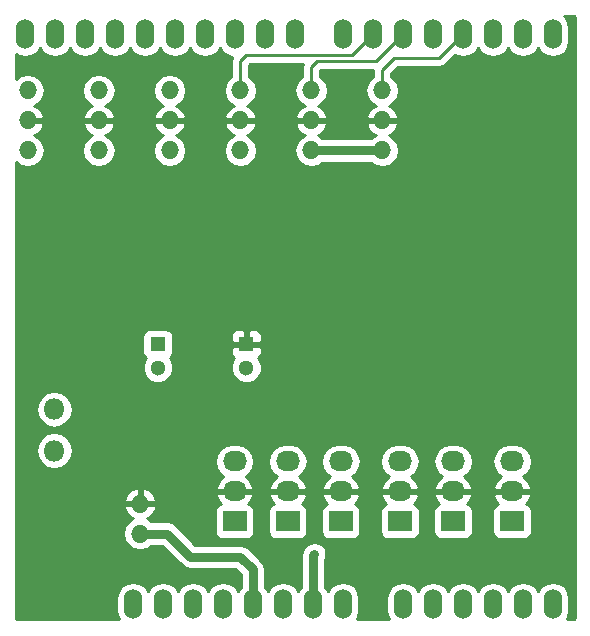
<source format=gbr>
G04 #@! TF.FileFunction,Copper,L2,Bot,Mixed*
%FSLAX46Y46*%
G04 Gerber Fmt 4.6, Leading zero omitted, Abs format (unit mm)*
G04 Created by KiCad (PCBNEW 4.0.4-stable) date Friday, October 14, 2016 'PMt' 06:06:23 PM*
%MOMM*%
%LPD*%
G01*
G04 APERTURE LIST*
%ADD10C,0.100000*%
%ADD11O,1.524000X2.540000*%
%ADD12R,1.300000X1.300000*%
%ADD13C,1.300000*%
%ADD14O,1.798320X1.798320*%
%ADD15R,2.032000X1.727200*%
%ADD16O,2.032000X1.727200*%
%ADD17O,1.524000X1.524000*%
%ADD18C,0.600000*%
%ADD19C,0.800000*%
%ADD20C,0.250000*%
%ADD21C,0.254000*%
G04 APERTURE END LIST*
D10*
D11*
X152950000Y-108529200D03*
X150410000Y-108529200D03*
X147870000Y-108529200D03*
X140250000Y-108529200D03*
X142790000Y-108529200D03*
X145330000Y-108529200D03*
X135170000Y-108529200D03*
X132630000Y-108529200D03*
X130090000Y-108529200D03*
X125010000Y-108529200D03*
X122470000Y-108529200D03*
X152950000Y-60269200D03*
X150410000Y-60269200D03*
X147870000Y-60269200D03*
X145330000Y-60269200D03*
X142790000Y-60269200D03*
X140250000Y-60269200D03*
X137710000Y-60269200D03*
X135170000Y-60269200D03*
X131106000Y-60269200D03*
X128566000Y-60269200D03*
X126026000Y-60269200D03*
X123486000Y-60269200D03*
X120946000Y-60269200D03*
X118406000Y-60269200D03*
X115866000Y-60269200D03*
X113326000Y-60269200D03*
X127550000Y-108529200D03*
X110786000Y-60269200D03*
X108246000Y-60269200D03*
X119930000Y-108529200D03*
X117390000Y-108529200D03*
D12*
X119500000Y-86500000D03*
D13*
X119500000Y-88500000D03*
D12*
X127000000Y-86500000D03*
D13*
X127000000Y-88500000D03*
D14*
X110750000Y-95500000D03*
X110750000Y-92002420D03*
D15*
X126000000Y-101500000D03*
D16*
X126000000Y-98960000D03*
X126000000Y-96420000D03*
D15*
X130500000Y-101500000D03*
D16*
X130500000Y-98960000D03*
X130500000Y-96420000D03*
D15*
X135000000Y-101500000D03*
D16*
X135000000Y-98960000D03*
X135000000Y-96420000D03*
D15*
X140000000Y-101500000D03*
D16*
X140000000Y-98960000D03*
X140000000Y-96420000D03*
D15*
X144500000Y-101500000D03*
D16*
X144500000Y-98960000D03*
X144500000Y-96420000D03*
D15*
X149500000Y-101500000D03*
D16*
X149500000Y-98960000D03*
X149500000Y-96420000D03*
D17*
X108500000Y-65000000D03*
X108500000Y-67540000D03*
X108500000Y-70080000D03*
X114500000Y-65000000D03*
X114500000Y-67540000D03*
X114500000Y-70080000D03*
X120500000Y-65000000D03*
X120500000Y-67540000D03*
X120500000Y-70080000D03*
X126500000Y-65000000D03*
X126500000Y-67540000D03*
X126500000Y-70080000D03*
X132500000Y-65000000D03*
X132500000Y-67540000D03*
X132500000Y-70080000D03*
X138500000Y-65000000D03*
X138500000Y-67540000D03*
X138500000Y-70080000D03*
X118000000Y-100000000D03*
X118000000Y-102540000D03*
D18*
X132750000Y-104250000D03*
X142000000Y-84250000D03*
X153000000Y-96500000D03*
X142000000Y-76250000D03*
X142000000Y-92250000D03*
D19*
X132500000Y-70080000D02*
X138500000Y-70080000D01*
X132630000Y-108529200D02*
X132630000Y-104370000D01*
X132630000Y-104370000D02*
X132750000Y-104250000D01*
D20*
X126500000Y-65000000D02*
X126500000Y-62500000D01*
X135979200Y-62000000D02*
X137710000Y-60269200D01*
X127000000Y-62000000D02*
X135979200Y-62000000D01*
X126500000Y-62500000D02*
X127000000Y-62000000D01*
X132500000Y-65000000D02*
X132500000Y-63000000D01*
X138019200Y-62500000D02*
X140250000Y-60269200D01*
X133000000Y-62500000D02*
X138019200Y-62500000D01*
X132500000Y-63000000D02*
X133000000Y-62500000D01*
X138500000Y-65000000D02*
X138500000Y-63250000D01*
X143349200Y-62250000D02*
X145330000Y-60269200D01*
X139500000Y-62250000D02*
X143349200Y-62250000D01*
X138500000Y-63250000D02*
X139500000Y-62250000D01*
D19*
X118000000Y-102540000D02*
X120290000Y-102540000D01*
X127550000Y-105550000D02*
X127550000Y-108529200D01*
X126500000Y-104500000D02*
X127550000Y-105550000D01*
X122250000Y-104500000D02*
X126500000Y-104500000D01*
X120290000Y-102540000D02*
X122250000Y-104500000D01*
D21*
G36*
X154759985Y-58725896D02*
X154768448Y-58731551D01*
X154774104Y-58740016D01*
X154790000Y-58819930D01*
X154790000Y-109680070D01*
X154774104Y-109759984D01*
X154768448Y-109768449D01*
X154759985Y-109774104D01*
X154680070Y-109790000D01*
X154119806Y-109790000D01*
X154240660Y-109609130D01*
X154347000Y-109074521D01*
X154347000Y-107983879D01*
X154240660Y-107449270D01*
X153937828Y-106996051D01*
X153484609Y-106693219D01*
X152950000Y-106586879D01*
X152415391Y-106693219D01*
X151962172Y-106996051D01*
X151680000Y-107418350D01*
X151397828Y-106996051D01*
X150944609Y-106693219D01*
X150410000Y-106586879D01*
X149875391Y-106693219D01*
X149422172Y-106996051D01*
X149140000Y-107418350D01*
X148857828Y-106996051D01*
X148404609Y-106693219D01*
X147870000Y-106586879D01*
X147335391Y-106693219D01*
X146882172Y-106996051D01*
X146600000Y-107418350D01*
X146317828Y-106996051D01*
X145864609Y-106693219D01*
X145330000Y-106586879D01*
X144795391Y-106693219D01*
X144342172Y-106996051D01*
X144060000Y-107418350D01*
X143777828Y-106996051D01*
X143324609Y-106693219D01*
X142790000Y-106586879D01*
X142255391Y-106693219D01*
X141802172Y-106996051D01*
X141520000Y-107418350D01*
X141237828Y-106996051D01*
X140784609Y-106693219D01*
X140250000Y-106586879D01*
X139715391Y-106693219D01*
X139262172Y-106996051D01*
X138959340Y-107449270D01*
X138853000Y-107983879D01*
X138853000Y-109074521D01*
X138959340Y-109609130D01*
X139080194Y-109790000D01*
X136339806Y-109790000D01*
X136460660Y-109609130D01*
X136567000Y-109074521D01*
X136567000Y-107983879D01*
X136460660Y-107449270D01*
X136157828Y-106996051D01*
X135704609Y-106693219D01*
X135170000Y-106586879D01*
X134635391Y-106693219D01*
X134182172Y-106996051D01*
X133900000Y-107418350D01*
X133665000Y-107066649D01*
X133665000Y-104707760D01*
X133706215Y-104646077D01*
X133785001Y-104250000D01*
X133706215Y-103853922D01*
X133481856Y-103518144D01*
X133146078Y-103293785D01*
X132750000Y-103214999D01*
X132353923Y-103293785D01*
X132018145Y-103518144D01*
X131898144Y-103638144D01*
X131673785Y-103973923D01*
X131594999Y-104370000D01*
X131595000Y-104370005D01*
X131595000Y-107066649D01*
X131360000Y-107418350D01*
X131077828Y-106996051D01*
X130624609Y-106693219D01*
X130090000Y-106586879D01*
X129555391Y-106693219D01*
X129102172Y-106996051D01*
X128820000Y-107418350D01*
X128585000Y-107066649D01*
X128585000Y-105550005D01*
X128585001Y-105550000D01*
X128506215Y-105153922D01*
X128416349Y-105019429D01*
X128281856Y-104818144D01*
X128281853Y-104818142D01*
X127231856Y-103768144D01*
X126896077Y-103543785D01*
X126500000Y-103464999D01*
X126499995Y-103465000D01*
X122678711Y-103465000D01*
X121021856Y-101808144D01*
X120686077Y-101583785D01*
X120290000Y-101504999D01*
X120289995Y-101505000D01*
X118944599Y-101505000D01*
X118562536Y-101249713D01*
X118835199Y-101119858D01*
X119200174Y-100714997D01*
X119232727Y-100636400D01*
X124336560Y-100636400D01*
X124336560Y-102363600D01*
X124380838Y-102598917D01*
X124519910Y-102815041D01*
X124732110Y-102960031D01*
X124984000Y-103011040D01*
X127016000Y-103011040D01*
X127251317Y-102966762D01*
X127467441Y-102827690D01*
X127612431Y-102615490D01*
X127663440Y-102363600D01*
X127663440Y-100636400D01*
X128836560Y-100636400D01*
X128836560Y-102363600D01*
X128880838Y-102598917D01*
X129019910Y-102815041D01*
X129232110Y-102960031D01*
X129484000Y-103011040D01*
X131516000Y-103011040D01*
X131751317Y-102966762D01*
X131967441Y-102827690D01*
X132112431Y-102615490D01*
X132163440Y-102363600D01*
X132163440Y-100636400D01*
X133336560Y-100636400D01*
X133336560Y-102363600D01*
X133380838Y-102598917D01*
X133519910Y-102815041D01*
X133732110Y-102960031D01*
X133984000Y-103011040D01*
X136016000Y-103011040D01*
X136251317Y-102966762D01*
X136467441Y-102827690D01*
X136612431Y-102615490D01*
X136663440Y-102363600D01*
X136663440Y-100636400D01*
X138336560Y-100636400D01*
X138336560Y-102363600D01*
X138380838Y-102598917D01*
X138519910Y-102815041D01*
X138732110Y-102960031D01*
X138984000Y-103011040D01*
X141016000Y-103011040D01*
X141251317Y-102966762D01*
X141467441Y-102827690D01*
X141612431Y-102615490D01*
X141663440Y-102363600D01*
X141663440Y-100636400D01*
X142836560Y-100636400D01*
X142836560Y-102363600D01*
X142880838Y-102598917D01*
X143019910Y-102815041D01*
X143232110Y-102960031D01*
X143484000Y-103011040D01*
X145516000Y-103011040D01*
X145751317Y-102966762D01*
X145967441Y-102827690D01*
X146112431Y-102615490D01*
X146163440Y-102363600D01*
X146163440Y-100636400D01*
X147836560Y-100636400D01*
X147836560Y-102363600D01*
X147880838Y-102598917D01*
X148019910Y-102815041D01*
X148232110Y-102960031D01*
X148484000Y-103011040D01*
X150516000Y-103011040D01*
X150751317Y-102966762D01*
X150967441Y-102827690D01*
X151112431Y-102615490D01*
X151163440Y-102363600D01*
X151163440Y-100636400D01*
X151119162Y-100401083D01*
X150980090Y-100184959D01*
X150767890Y-100039969D01*
X150673073Y-100020768D01*
X150850732Y-99862036D01*
X151104709Y-99334791D01*
X151107358Y-99319026D01*
X150986217Y-99087000D01*
X149627000Y-99087000D01*
X149627000Y-99107000D01*
X149373000Y-99107000D01*
X149373000Y-99087000D01*
X148013783Y-99087000D01*
X147892642Y-99319026D01*
X147895291Y-99334791D01*
X148149268Y-99862036D01*
X148324845Y-100018907D01*
X148248683Y-100033238D01*
X148032559Y-100172310D01*
X147887569Y-100384510D01*
X147836560Y-100636400D01*
X146163440Y-100636400D01*
X146119162Y-100401083D01*
X145980090Y-100184959D01*
X145767890Y-100039969D01*
X145673073Y-100020768D01*
X145850732Y-99862036D01*
X146104709Y-99334791D01*
X146107358Y-99319026D01*
X145986217Y-99087000D01*
X144627000Y-99087000D01*
X144627000Y-99107000D01*
X144373000Y-99107000D01*
X144373000Y-99087000D01*
X143013783Y-99087000D01*
X142892642Y-99319026D01*
X142895291Y-99334791D01*
X143149268Y-99862036D01*
X143324845Y-100018907D01*
X143248683Y-100033238D01*
X143032559Y-100172310D01*
X142887569Y-100384510D01*
X142836560Y-100636400D01*
X141663440Y-100636400D01*
X141619162Y-100401083D01*
X141480090Y-100184959D01*
X141267890Y-100039969D01*
X141173073Y-100020768D01*
X141350732Y-99862036D01*
X141604709Y-99334791D01*
X141607358Y-99319026D01*
X141486217Y-99087000D01*
X140127000Y-99087000D01*
X140127000Y-99107000D01*
X139873000Y-99107000D01*
X139873000Y-99087000D01*
X138513783Y-99087000D01*
X138392642Y-99319026D01*
X138395291Y-99334791D01*
X138649268Y-99862036D01*
X138824845Y-100018907D01*
X138748683Y-100033238D01*
X138532559Y-100172310D01*
X138387569Y-100384510D01*
X138336560Y-100636400D01*
X136663440Y-100636400D01*
X136619162Y-100401083D01*
X136480090Y-100184959D01*
X136267890Y-100039969D01*
X136173073Y-100020768D01*
X136350732Y-99862036D01*
X136604709Y-99334791D01*
X136607358Y-99319026D01*
X136486217Y-99087000D01*
X135127000Y-99087000D01*
X135127000Y-99107000D01*
X134873000Y-99107000D01*
X134873000Y-99087000D01*
X133513783Y-99087000D01*
X133392642Y-99319026D01*
X133395291Y-99334791D01*
X133649268Y-99862036D01*
X133824845Y-100018907D01*
X133748683Y-100033238D01*
X133532559Y-100172310D01*
X133387569Y-100384510D01*
X133336560Y-100636400D01*
X132163440Y-100636400D01*
X132119162Y-100401083D01*
X131980090Y-100184959D01*
X131767890Y-100039969D01*
X131673073Y-100020768D01*
X131850732Y-99862036D01*
X132104709Y-99334791D01*
X132107358Y-99319026D01*
X131986217Y-99087000D01*
X130627000Y-99087000D01*
X130627000Y-99107000D01*
X130373000Y-99107000D01*
X130373000Y-99087000D01*
X129013783Y-99087000D01*
X128892642Y-99319026D01*
X128895291Y-99334791D01*
X129149268Y-99862036D01*
X129324845Y-100018907D01*
X129248683Y-100033238D01*
X129032559Y-100172310D01*
X128887569Y-100384510D01*
X128836560Y-100636400D01*
X127663440Y-100636400D01*
X127619162Y-100401083D01*
X127480090Y-100184959D01*
X127267890Y-100039969D01*
X127173073Y-100020768D01*
X127350732Y-99862036D01*
X127604709Y-99334791D01*
X127607358Y-99319026D01*
X127486217Y-99087000D01*
X126127000Y-99087000D01*
X126127000Y-99107000D01*
X125873000Y-99107000D01*
X125873000Y-99087000D01*
X124513783Y-99087000D01*
X124392642Y-99319026D01*
X124395291Y-99334791D01*
X124649268Y-99862036D01*
X124824845Y-100018907D01*
X124748683Y-100033238D01*
X124532559Y-100172310D01*
X124387569Y-100384510D01*
X124336560Y-100636400D01*
X119232727Y-100636400D01*
X119354220Y-100343070D01*
X119231720Y-100127000D01*
X118127000Y-100127000D01*
X118127000Y-100147000D01*
X117873000Y-100147000D01*
X117873000Y-100127000D01*
X116768280Y-100127000D01*
X116645780Y-100343070D01*
X116799826Y-100714997D01*
X117164801Y-101119858D01*
X117437464Y-101249713D01*
X116984803Y-101552172D01*
X116681971Y-102005391D01*
X116575631Y-102540000D01*
X116681971Y-103074609D01*
X116984803Y-103527828D01*
X117438022Y-103830660D01*
X117972631Y-103937000D01*
X118027369Y-103937000D01*
X118561978Y-103830660D01*
X118944599Y-103575000D01*
X119861288Y-103575000D01*
X121518142Y-105231853D01*
X121518144Y-105231856D01*
X121853923Y-105456215D01*
X122250000Y-105535001D01*
X122250005Y-105535000D01*
X126071288Y-105535000D01*
X126515000Y-105978711D01*
X126515000Y-107066649D01*
X126280000Y-107418350D01*
X125997828Y-106996051D01*
X125544609Y-106693219D01*
X125010000Y-106586879D01*
X124475391Y-106693219D01*
X124022172Y-106996051D01*
X123740000Y-107418350D01*
X123457828Y-106996051D01*
X123004609Y-106693219D01*
X122470000Y-106586879D01*
X121935391Y-106693219D01*
X121482172Y-106996051D01*
X121200000Y-107418350D01*
X120917828Y-106996051D01*
X120464609Y-106693219D01*
X119930000Y-106586879D01*
X119395391Y-106693219D01*
X118942172Y-106996051D01*
X118660000Y-107418350D01*
X118377828Y-106996051D01*
X117924609Y-106693219D01*
X117390000Y-106586879D01*
X116855391Y-106693219D01*
X116402172Y-106996051D01*
X116099340Y-107449270D01*
X115993000Y-107983879D01*
X115993000Y-109074521D01*
X116099340Y-109609130D01*
X116220194Y-109790000D01*
X107569930Y-109790000D01*
X107490016Y-109774104D01*
X107481551Y-109768448D01*
X107475896Y-109759985D01*
X107460000Y-109680070D01*
X107460000Y-99656930D01*
X116645780Y-99656930D01*
X116768280Y-99873000D01*
X117873000Y-99873000D01*
X117873000Y-98767524D01*
X118127000Y-98767524D01*
X118127000Y-99873000D01*
X119231720Y-99873000D01*
X119354220Y-99656930D01*
X119200174Y-99285003D01*
X118835199Y-98880142D01*
X118343072Y-98645769D01*
X118127000Y-98767524D01*
X117873000Y-98767524D01*
X117656928Y-98645769D01*
X117164801Y-98880142D01*
X116799826Y-99285003D01*
X116645780Y-99656930D01*
X107460000Y-99656930D01*
X107460000Y-95469944D01*
X109215840Y-95469944D01*
X109215840Y-95530056D01*
X109332621Y-96117154D01*
X109665185Y-96614871D01*
X110162902Y-96947435D01*
X110750000Y-97064216D01*
X111337098Y-96947435D01*
X111834815Y-96614871D01*
X111965023Y-96420000D01*
X124316655Y-96420000D01*
X124430729Y-96993489D01*
X124755585Y-97479670D01*
X125065069Y-97686461D01*
X124649268Y-98057964D01*
X124395291Y-98585209D01*
X124392642Y-98600974D01*
X124513783Y-98833000D01*
X125873000Y-98833000D01*
X125873000Y-98813000D01*
X126127000Y-98813000D01*
X126127000Y-98833000D01*
X127486217Y-98833000D01*
X127607358Y-98600974D01*
X127604709Y-98585209D01*
X127350732Y-98057964D01*
X126934931Y-97686461D01*
X127244415Y-97479670D01*
X127569271Y-96993489D01*
X127683345Y-96420000D01*
X128816655Y-96420000D01*
X128930729Y-96993489D01*
X129255585Y-97479670D01*
X129565069Y-97686461D01*
X129149268Y-98057964D01*
X128895291Y-98585209D01*
X128892642Y-98600974D01*
X129013783Y-98833000D01*
X130373000Y-98833000D01*
X130373000Y-98813000D01*
X130627000Y-98813000D01*
X130627000Y-98833000D01*
X131986217Y-98833000D01*
X132107358Y-98600974D01*
X132104709Y-98585209D01*
X131850732Y-98057964D01*
X131434931Y-97686461D01*
X131744415Y-97479670D01*
X132069271Y-96993489D01*
X132183345Y-96420000D01*
X133316655Y-96420000D01*
X133430729Y-96993489D01*
X133755585Y-97479670D01*
X134065069Y-97686461D01*
X133649268Y-98057964D01*
X133395291Y-98585209D01*
X133392642Y-98600974D01*
X133513783Y-98833000D01*
X134873000Y-98833000D01*
X134873000Y-98813000D01*
X135127000Y-98813000D01*
X135127000Y-98833000D01*
X136486217Y-98833000D01*
X136607358Y-98600974D01*
X136604709Y-98585209D01*
X136350732Y-98057964D01*
X135934931Y-97686461D01*
X136244415Y-97479670D01*
X136569271Y-96993489D01*
X136683345Y-96420000D01*
X138316655Y-96420000D01*
X138430729Y-96993489D01*
X138755585Y-97479670D01*
X139065069Y-97686461D01*
X138649268Y-98057964D01*
X138395291Y-98585209D01*
X138392642Y-98600974D01*
X138513783Y-98833000D01*
X139873000Y-98833000D01*
X139873000Y-98813000D01*
X140127000Y-98813000D01*
X140127000Y-98833000D01*
X141486217Y-98833000D01*
X141607358Y-98600974D01*
X141604709Y-98585209D01*
X141350732Y-98057964D01*
X140934931Y-97686461D01*
X141244415Y-97479670D01*
X141569271Y-96993489D01*
X141683345Y-96420000D01*
X142816655Y-96420000D01*
X142930729Y-96993489D01*
X143255585Y-97479670D01*
X143565069Y-97686461D01*
X143149268Y-98057964D01*
X142895291Y-98585209D01*
X142892642Y-98600974D01*
X143013783Y-98833000D01*
X144373000Y-98833000D01*
X144373000Y-98813000D01*
X144627000Y-98813000D01*
X144627000Y-98833000D01*
X145986217Y-98833000D01*
X146107358Y-98600974D01*
X146104709Y-98585209D01*
X145850732Y-98057964D01*
X145434931Y-97686461D01*
X145744415Y-97479670D01*
X146069271Y-96993489D01*
X146183345Y-96420000D01*
X147816655Y-96420000D01*
X147930729Y-96993489D01*
X148255585Y-97479670D01*
X148565069Y-97686461D01*
X148149268Y-98057964D01*
X147895291Y-98585209D01*
X147892642Y-98600974D01*
X148013783Y-98833000D01*
X149373000Y-98833000D01*
X149373000Y-98813000D01*
X149627000Y-98813000D01*
X149627000Y-98833000D01*
X150986217Y-98833000D01*
X151107358Y-98600974D01*
X151104709Y-98585209D01*
X150850732Y-98057964D01*
X150434931Y-97686461D01*
X150744415Y-97479670D01*
X151069271Y-96993489D01*
X151183345Y-96420000D01*
X151069271Y-95846511D01*
X150744415Y-95360330D01*
X150258234Y-95035474D01*
X149684745Y-94921400D01*
X149315255Y-94921400D01*
X148741766Y-95035474D01*
X148255585Y-95360330D01*
X147930729Y-95846511D01*
X147816655Y-96420000D01*
X146183345Y-96420000D01*
X146069271Y-95846511D01*
X145744415Y-95360330D01*
X145258234Y-95035474D01*
X144684745Y-94921400D01*
X144315255Y-94921400D01*
X143741766Y-95035474D01*
X143255585Y-95360330D01*
X142930729Y-95846511D01*
X142816655Y-96420000D01*
X141683345Y-96420000D01*
X141569271Y-95846511D01*
X141244415Y-95360330D01*
X140758234Y-95035474D01*
X140184745Y-94921400D01*
X139815255Y-94921400D01*
X139241766Y-95035474D01*
X138755585Y-95360330D01*
X138430729Y-95846511D01*
X138316655Y-96420000D01*
X136683345Y-96420000D01*
X136569271Y-95846511D01*
X136244415Y-95360330D01*
X135758234Y-95035474D01*
X135184745Y-94921400D01*
X134815255Y-94921400D01*
X134241766Y-95035474D01*
X133755585Y-95360330D01*
X133430729Y-95846511D01*
X133316655Y-96420000D01*
X132183345Y-96420000D01*
X132069271Y-95846511D01*
X131744415Y-95360330D01*
X131258234Y-95035474D01*
X130684745Y-94921400D01*
X130315255Y-94921400D01*
X129741766Y-95035474D01*
X129255585Y-95360330D01*
X128930729Y-95846511D01*
X128816655Y-96420000D01*
X127683345Y-96420000D01*
X127569271Y-95846511D01*
X127244415Y-95360330D01*
X126758234Y-95035474D01*
X126184745Y-94921400D01*
X125815255Y-94921400D01*
X125241766Y-95035474D01*
X124755585Y-95360330D01*
X124430729Y-95846511D01*
X124316655Y-96420000D01*
X111965023Y-96420000D01*
X112167379Y-96117154D01*
X112284160Y-95530056D01*
X112284160Y-95469944D01*
X112167379Y-94882846D01*
X111834815Y-94385129D01*
X111337098Y-94052565D01*
X110750000Y-93935784D01*
X110162902Y-94052565D01*
X109665185Y-94385129D01*
X109332621Y-94882846D01*
X109215840Y-95469944D01*
X107460000Y-95469944D01*
X107460000Y-91972364D01*
X109215840Y-91972364D01*
X109215840Y-92032476D01*
X109332621Y-92619574D01*
X109665185Y-93117291D01*
X110162902Y-93449855D01*
X110750000Y-93566636D01*
X111337098Y-93449855D01*
X111834815Y-93117291D01*
X112167379Y-92619574D01*
X112284160Y-92032476D01*
X112284160Y-91972364D01*
X112167379Y-91385266D01*
X111834815Y-90887549D01*
X111337098Y-90554985D01*
X110750000Y-90438204D01*
X110162902Y-90554985D01*
X109665185Y-90887549D01*
X109332621Y-91385266D01*
X109215840Y-91972364D01*
X107460000Y-91972364D01*
X107460000Y-85850000D01*
X118202560Y-85850000D01*
X118202560Y-87150000D01*
X118246838Y-87385317D01*
X118385910Y-87601441D01*
X118501891Y-87680687D01*
X118411265Y-87771155D01*
X118215223Y-88243276D01*
X118214777Y-88754481D01*
X118409995Y-89226943D01*
X118771155Y-89588735D01*
X119243276Y-89784777D01*
X119754481Y-89785223D01*
X120226943Y-89590005D01*
X120588735Y-89228845D01*
X120784777Y-88756724D01*
X120784778Y-88754481D01*
X125714777Y-88754481D01*
X125909995Y-89226943D01*
X126271155Y-89588735D01*
X126743276Y-89784777D01*
X127254481Y-89785223D01*
X127726943Y-89590005D01*
X128088735Y-89228845D01*
X128284777Y-88756724D01*
X128285223Y-88245519D01*
X128090005Y-87773057D01*
X128006674Y-87689580D01*
X128009699Y-87688327D01*
X128188327Y-87509698D01*
X128285000Y-87276309D01*
X128285000Y-86785750D01*
X128126250Y-86627000D01*
X127127000Y-86627000D01*
X127127000Y-86647000D01*
X126873000Y-86647000D01*
X126873000Y-86627000D01*
X125873750Y-86627000D01*
X125715000Y-86785750D01*
X125715000Y-87276309D01*
X125811673Y-87509698D01*
X125990301Y-87688327D01*
X125993083Y-87689480D01*
X125911265Y-87771155D01*
X125715223Y-88243276D01*
X125714777Y-88754481D01*
X120784778Y-88754481D01*
X120785223Y-88245519D01*
X120590005Y-87773057D01*
X120497855Y-87680746D01*
X120601441Y-87614090D01*
X120746431Y-87401890D01*
X120797440Y-87150000D01*
X120797440Y-85850000D01*
X120773674Y-85723691D01*
X125715000Y-85723691D01*
X125715000Y-86214250D01*
X125873750Y-86373000D01*
X126873000Y-86373000D01*
X126873000Y-85373750D01*
X127127000Y-85373750D01*
X127127000Y-86373000D01*
X128126250Y-86373000D01*
X128285000Y-86214250D01*
X128285000Y-85723691D01*
X128188327Y-85490302D01*
X128009699Y-85311673D01*
X127776310Y-85215000D01*
X127285750Y-85215000D01*
X127127000Y-85373750D01*
X126873000Y-85373750D01*
X126714250Y-85215000D01*
X126223690Y-85215000D01*
X125990301Y-85311673D01*
X125811673Y-85490302D01*
X125715000Y-85723691D01*
X120773674Y-85723691D01*
X120753162Y-85614683D01*
X120614090Y-85398559D01*
X120401890Y-85253569D01*
X120150000Y-85202560D01*
X118850000Y-85202560D01*
X118614683Y-85246838D01*
X118398559Y-85385910D01*
X118253569Y-85598110D01*
X118202560Y-85850000D01*
X107460000Y-85850000D01*
X107460000Y-71030708D01*
X107484803Y-71067828D01*
X107938022Y-71370660D01*
X108472631Y-71477000D01*
X108527369Y-71477000D01*
X109061978Y-71370660D01*
X109515197Y-71067828D01*
X109818029Y-70614609D01*
X109924369Y-70080000D01*
X113075631Y-70080000D01*
X113181971Y-70614609D01*
X113484803Y-71067828D01*
X113938022Y-71370660D01*
X114472631Y-71477000D01*
X114527369Y-71477000D01*
X115061978Y-71370660D01*
X115515197Y-71067828D01*
X115818029Y-70614609D01*
X115924369Y-70080000D01*
X119075631Y-70080000D01*
X119181971Y-70614609D01*
X119484803Y-71067828D01*
X119938022Y-71370660D01*
X120472631Y-71477000D01*
X120527369Y-71477000D01*
X121061978Y-71370660D01*
X121515197Y-71067828D01*
X121818029Y-70614609D01*
X121924369Y-70080000D01*
X125075631Y-70080000D01*
X125181971Y-70614609D01*
X125484803Y-71067828D01*
X125938022Y-71370660D01*
X126472631Y-71477000D01*
X126527369Y-71477000D01*
X127061978Y-71370660D01*
X127515197Y-71067828D01*
X127818029Y-70614609D01*
X127924369Y-70080000D01*
X131075631Y-70080000D01*
X131181971Y-70614609D01*
X131484803Y-71067828D01*
X131938022Y-71370660D01*
X132472631Y-71477000D01*
X132527369Y-71477000D01*
X133061978Y-71370660D01*
X133444599Y-71115000D01*
X137555401Y-71115000D01*
X137938022Y-71370660D01*
X138472631Y-71477000D01*
X138527369Y-71477000D01*
X139061978Y-71370660D01*
X139515197Y-71067828D01*
X139818029Y-70614609D01*
X139924369Y-70080000D01*
X139818029Y-69545391D01*
X139515197Y-69092172D01*
X139062536Y-68789713D01*
X139335199Y-68659858D01*
X139700174Y-68254997D01*
X139854220Y-67883070D01*
X139731720Y-67667000D01*
X138627000Y-67667000D01*
X138627000Y-67687000D01*
X138373000Y-67687000D01*
X138373000Y-67667000D01*
X137268280Y-67667000D01*
X137145780Y-67883070D01*
X137299826Y-68254997D01*
X137664801Y-68659858D01*
X137937464Y-68789713D01*
X137555401Y-69045000D01*
X133444599Y-69045000D01*
X133062536Y-68789713D01*
X133335199Y-68659858D01*
X133700174Y-68254997D01*
X133854220Y-67883070D01*
X133731720Y-67667000D01*
X132627000Y-67667000D01*
X132627000Y-67687000D01*
X132373000Y-67687000D01*
X132373000Y-67667000D01*
X131268280Y-67667000D01*
X131145780Y-67883070D01*
X131299826Y-68254997D01*
X131664801Y-68659858D01*
X131937464Y-68789713D01*
X131484803Y-69092172D01*
X131181971Y-69545391D01*
X131075631Y-70080000D01*
X127924369Y-70080000D01*
X127818029Y-69545391D01*
X127515197Y-69092172D01*
X127062536Y-68789713D01*
X127335199Y-68659858D01*
X127700174Y-68254997D01*
X127854220Y-67883070D01*
X127731720Y-67667000D01*
X126627000Y-67667000D01*
X126627000Y-67687000D01*
X126373000Y-67687000D01*
X126373000Y-67667000D01*
X125268280Y-67667000D01*
X125145780Y-67883070D01*
X125299826Y-68254997D01*
X125664801Y-68659858D01*
X125937464Y-68789713D01*
X125484803Y-69092172D01*
X125181971Y-69545391D01*
X125075631Y-70080000D01*
X121924369Y-70080000D01*
X121818029Y-69545391D01*
X121515197Y-69092172D01*
X121062536Y-68789713D01*
X121335199Y-68659858D01*
X121700174Y-68254997D01*
X121854220Y-67883070D01*
X121731720Y-67667000D01*
X120627000Y-67667000D01*
X120627000Y-67687000D01*
X120373000Y-67687000D01*
X120373000Y-67667000D01*
X119268280Y-67667000D01*
X119145780Y-67883070D01*
X119299826Y-68254997D01*
X119664801Y-68659858D01*
X119937464Y-68789713D01*
X119484803Y-69092172D01*
X119181971Y-69545391D01*
X119075631Y-70080000D01*
X115924369Y-70080000D01*
X115818029Y-69545391D01*
X115515197Y-69092172D01*
X115062536Y-68789713D01*
X115335199Y-68659858D01*
X115700174Y-68254997D01*
X115854220Y-67883070D01*
X115731720Y-67667000D01*
X114627000Y-67667000D01*
X114627000Y-67687000D01*
X114373000Y-67687000D01*
X114373000Y-67667000D01*
X113268280Y-67667000D01*
X113145780Y-67883070D01*
X113299826Y-68254997D01*
X113664801Y-68659858D01*
X113937464Y-68789713D01*
X113484803Y-69092172D01*
X113181971Y-69545391D01*
X113075631Y-70080000D01*
X109924369Y-70080000D01*
X109818029Y-69545391D01*
X109515197Y-69092172D01*
X109062536Y-68789713D01*
X109335199Y-68659858D01*
X109700174Y-68254997D01*
X109854220Y-67883070D01*
X109731720Y-67667000D01*
X108627000Y-67667000D01*
X108627000Y-67687000D01*
X108373000Y-67687000D01*
X108373000Y-67667000D01*
X108353000Y-67667000D01*
X108353000Y-67413000D01*
X108373000Y-67413000D01*
X108373000Y-67393000D01*
X108627000Y-67393000D01*
X108627000Y-67413000D01*
X109731720Y-67413000D01*
X109854220Y-67196930D01*
X109700174Y-66825003D01*
X109335199Y-66420142D01*
X109062536Y-66290287D01*
X109515197Y-65987828D01*
X109818029Y-65534609D01*
X109924369Y-65000000D01*
X113075631Y-65000000D01*
X113181971Y-65534609D01*
X113484803Y-65987828D01*
X113937464Y-66290287D01*
X113664801Y-66420142D01*
X113299826Y-66825003D01*
X113145780Y-67196930D01*
X113268280Y-67413000D01*
X114373000Y-67413000D01*
X114373000Y-67393000D01*
X114627000Y-67393000D01*
X114627000Y-67413000D01*
X115731720Y-67413000D01*
X115854220Y-67196930D01*
X115700174Y-66825003D01*
X115335199Y-66420142D01*
X115062536Y-66290287D01*
X115515197Y-65987828D01*
X115818029Y-65534609D01*
X115924369Y-65000000D01*
X119075631Y-65000000D01*
X119181971Y-65534609D01*
X119484803Y-65987828D01*
X119937464Y-66290287D01*
X119664801Y-66420142D01*
X119299826Y-66825003D01*
X119145780Y-67196930D01*
X119268280Y-67413000D01*
X120373000Y-67413000D01*
X120373000Y-67393000D01*
X120627000Y-67393000D01*
X120627000Y-67413000D01*
X121731720Y-67413000D01*
X121854220Y-67196930D01*
X121700174Y-66825003D01*
X121335199Y-66420142D01*
X121062536Y-66290287D01*
X121515197Y-65987828D01*
X121818029Y-65534609D01*
X121924369Y-65000000D01*
X121818029Y-64465391D01*
X121515197Y-64012172D01*
X121061978Y-63709340D01*
X120527369Y-63603000D01*
X120472631Y-63603000D01*
X119938022Y-63709340D01*
X119484803Y-64012172D01*
X119181971Y-64465391D01*
X119075631Y-65000000D01*
X115924369Y-65000000D01*
X115818029Y-64465391D01*
X115515197Y-64012172D01*
X115061978Y-63709340D01*
X114527369Y-63603000D01*
X114472631Y-63603000D01*
X113938022Y-63709340D01*
X113484803Y-64012172D01*
X113181971Y-64465391D01*
X113075631Y-65000000D01*
X109924369Y-65000000D01*
X109818029Y-64465391D01*
X109515197Y-64012172D01*
X109061978Y-63709340D01*
X108527369Y-63603000D01*
X108472631Y-63603000D01*
X107938022Y-63709340D01*
X107484803Y-64012172D01*
X107460000Y-64049292D01*
X107460000Y-61937206D01*
X107711391Y-62105181D01*
X108246000Y-62211521D01*
X108780609Y-62105181D01*
X109233828Y-61802349D01*
X109516000Y-61380050D01*
X109798172Y-61802349D01*
X110251391Y-62105181D01*
X110786000Y-62211521D01*
X111320609Y-62105181D01*
X111773828Y-61802349D01*
X112056000Y-61380050D01*
X112338172Y-61802349D01*
X112791391Y-62105181D01*
X113326000Y-62211521D01*
X113860609Y-62105181D01*
X114313828Y-61802349D01*
X114596000Y-61380050D01*
X114878172Y-61802349D01*
X115331391Y-62105181D01*
X115866000Y-62211521D01*
X116400609Y-62105181D01*
X116853828Y-61802349D01*
X117136000Y-61380050D01*
X117418172Y-61802349D01*
X117871391Y-62105181D01*
X118406000Y-62211521D01*
X118940609Y-62105181D01*
X119393828Y-61802349D01*
X119676000Y-61380050D01*
X119958172Y-61802349D01*
X120411391Y-62105181D01*
X120946000Y-62211521D01*
X121480609Y-62105181D01*
X121933828Y-61802349D01*
X122216000Y-61380050D01*
X122498172Y-61802349D01*
X122951391Y-62105181D01*
X123486000Y-62211521D01*
X124020609Y-62105181D01*
X124473828Y-61802349D01*
X124756000Y-61380050D01*
X125038172Y-61802349D01*
X125491391Y-62105181D01*
X125823225Y-62171187D01*
X125797852Y-62209161D01*
X125740000Y-62500000D01*
X125740000Y-63841654D01*
X125484803Y-64012172D01*
X125181971Y-64465391D01*
X125075631Y-65000000D01*
X125181971Y-65534609D01*
X125484803Y-65987828D01*
X125937464Y-66290287D01*
X125664801Y-66420142D01*
X125299826Y-66825003D01*
X125145780Y-67196930D01*
X125268280Y-67413000D01*
X126373000Y-67413000D01*
X126373000Y-67393000D01*
X126627000Y-67393000D01*
X126627000Y-67413000D01*
X127731720Y-67413000D01*
X127854220Y-67196930D01*
X127700174Y-66825003D01*
X127335199Y-66420142D01*
X127062536Y-66290287D01*
X127515197Y-65987828D01*
X127818029Y-65534609D01*
X127924369Y-65000000D01*
X127818029Y-64465391D01*
X127515197Y-64012172D01*
X127260000Y-63841654D01*
X127260000Y-62814802D01*
X127314802Y-62760000D01*
X131787739Y-62760000D01*
X131740000Y-63000000D01*
X131740000Y-63841654D01*
X131484803Y-64012172D01*
X131181971Y-64465391D01*
X131075631Y-65000000D01*
X131181971Y-65534609D01*
X131484803Y-65987828D01*
X131937464Y-66290287D01*
X131664801Y-66420142D01*
X131299826Y-66825003D01*
X131145780Y-67196930D01*
X131268280Y-67413000D01*
X132373000Y-67413000D01*
X132373000Y-67393000D01*
X132627000Y-67393000D01*
X132627000Y-67413000D01*
X133731720Y-67413000D01*
X133854220Y-67196930D01*
X133700174Y-66825003D01*
X133335199Y-66420142D01*
X133062536Y-66290287D01*
X133515197Y-65987828D01*
X133818029Y-65534609D01*
X133924369Y-65000000D01*
X133818029Y-64465391D01*
X133515197Y-64012172D01*
X133260000Y-63841654D01*
X133260000Y-63314802D01*
X133314802Y-63260000D01*
X137740000Y-63260000D01*
X137740000Y-63841654D01*
X137484803Y-64012172D01*
X137181971Y-64465391D01*
X137075631Y-65000000D01*
X137181971Y-65534609D01*
X137484803Y-65987828D01*
X137937464Y-66290287D01*
X137664801Y-66420142D01*
X137299826Y-66825003D01*
X137145780Y-67196930D01*
X137268280Y-67413000D01*
X138373000Y-67413000D01*
X138373000Y-67393000D01*
X138627000Y-67393000D01*
X138627000Y-67413000D01*
X139731720Y-67413000D01*
X139854220Y-67196930D01*
X139700174Y-66825003D01*
X139335199Y-66420142D01*
X139062536Y-66290287D01*
X139515197Y-65987828D01*
X139818029Y-65534609D01*
X139924369Y-65000000D01*
X139818029Y-64465391D01*
X139515197Y-64012172D01*
X139260000Y-63841654D01*
X139260000Y-63564802D01*
X139814802Y-63010000D01*
X143349200Y-63010000D01*
X143640039Y-62952148D01*
X143886601Y-62787401D01*
X144659572Y-62014430D01*
X144795391Y-62105181D01*
X145330000Y-62211521D01*
X145864609Y-62105181D01*
X146317828Y-61802349D01*
X146600000Y-61380050D01*
X146882172Y-61802349D01*
X147335391Y-62105181D01*
X147870000Y-62211521D01*
X148404609Y-62105181D01*
X148857828Y-61802349D01*
X149140000Y-61380050D01*
X149422172Y-61802349D01*
X149875391Y-62105181D01*
X150410000Y-62211521D01*
X150944609Y-62105181D01*
X151397828Y-61802349D01*
X151680000Y-61380050D01*
X151962172Y-61802349D01*
X152415391Y-62105181D01*
X152950000Y-62211521D01*
X153484609Y-62105181D01*
X153937828Y-61802349D01*
X154240660Y-61349130D01*
X154347000Y-60814521D01*
X154347000Y-59723879D01*
X154240660Y-59189270D01*
X153937828Y-58736051D01*
X153898840Y-58710000D01*
X154680070Y-58710000D01*
X154759985Y-58725896D01*
X154759985Y-58725896D01*
G37*
X154759985Y-58725896D02*
X154768448Y-58731551D01*
X154774104Y-58740016D01*
X154790000Y-58819930D01*
X154790000Y-109680070D01*
X154774104Y-109759984D01*
X154768448Y-109768449D01*
X154759985Y-109774104D01*
X154680070Y-109790000D01*
X154119806Y-109790000D01*
X154240660Y-109609130D01*
X154347000Y-109074521D01*
X154347000Y-107983879D01*
X154240660Y-107449270D01*
X153937828Y-106996051D01*
X153484609Y-106693219D01*
X152950000Y-106586879D01*
X152415391Y-106693219D01*
X151962172Y-106996051D01*
X151680000Y-107418350D01*
X151397828Y-106996051D01*
X150944609Y-106693219D01*
X150410000Y-106586879D01*
X149875391Y-106693219D01*
X149422172Y-106996051D01*
X149140000Y-107418350D01*
X148857828Y-106996051D01*
X148404609Y-106693219D01*
X147870000Y-106586879D01*
X147335391Y-106693219D01*
X146882172Y-106996051D01*
X146600000Y-107418350D01*
X146317828Y-106996051D01*
X145864609Y-106693219D01*
X145330000Y-106586879D01*
X144795391Y-106693219D01*
X144342172Y-106996051D01*
X144060000Y-107418350D01*
X143777828Y-106996051D01*
X143324609Y-106693219D01*
X142790000Y-106586879D01*
X142255391Y-106693219D01*
X141802172Y-106996051D01*
X141520000Y-107418350D01*
X141237828Y-106996051D01*
X140784609Y-106693219D01*
X140250000Y-106586879D01*
X139715391Y-106693219D01*
X139262172Y-106996051D01*
X138959340Y-107449270D01*
X138853000Y-107983879D01*
X138853000Y-109074521D01*
X138959340Y-109609130D01*
X139080194Y-109790000D01*
X136339806Y-109790000D01*
X136460660Y-109609130D01*
X136567000Y-109074521D01*
X136567000Y-107983879D01*
X136460660Y-107449270D01*
X136157828Y-106996051D01*
X135704609Y-106693219D01*
X135170000Y-106586879D01*
X134635391Y-106693219D01*
X134182172Y-106996051D01*
X133900000Y-107418350D01*
X133665000Y-107066649D01*
X133665000Y-104707760D01*
X133706215Y-104646077D01*
X133785001Y-104250000D01*
X133706215Y-103853922D01*
X133481856Y-103518144D01*
X133146078Y-103293785D01*
X132750000Y-103214999D01*
X132353923Y-103293785D01*
X132018145Y-103518144D01*
X131898144Y-103638144D01*
X131673785Y-103973923D01*
X131594999Y-104370000D01*
X131595000Y-104370005D01*
X131595000Y-107066649D01*
X131360000Y-107418350D01*
X131077828Y-106996051D01*
X130624609Y-106693219D01*
X130090000Y-106586879D01*
X129555391Y-106693219D01*
X129102172Y-106996051D01*
X128820000Y-107418350D01*
X128585000Y-107066649D01*
X128585000Y-105550005D01*
X128585001Y-105550000D01*
X128506215Y-105153922D01*
X128416349Y-105019429D01*
X128281856Y-104818144D01*
X128281853Y-104818142D01*
X127231856Y-103768144D01*
X126896077Y-103543785D01*
X126500000Y-103464999D01*
X126499995Y-103465000D01*
X122678711Y-103465000D01*
X121021856Y-101808144D01*
X120686077Y-101583785D01*
X120290000Y-101504999D01*
X120289995Y-101505000D01*
X118944599Y-101505000D01*
X118562536Y-101249713D01*
X118835199Y-101119858D01*
X119200174Y-100714997D01*
X119232727Y-100636400D01*
X124336560Y-100636400D01*
X124336560Y-102363600D01*
X124380838Y-102598917D01*
X124519910Y-102815041D01*
X124732110Y-102960031D01*
X124984000Y-103011040D01*
X127016000Y-103011040D01*
X127251317Y-102966762D01*
X127467441Y-102827690D01*
X127612431Y-102615490D01*
X127663440Y-102363600D01*
X127663440Y-100636400D01*
X128836560Y-100636400D01*
X128836560Y-102363600D01*
X128880838Y-102598917D01*
X129019910Y-102815041D01*
X129232110Y-102960031D01*
X129484000Y-103011040D01*
X131516000Y-103011040D01*
X131751317Y-102966762D01*
X131967441Y-102827690D01*
X132112431Y-102615490D01*
X132163440Y-102363600D01*
X132163440Y-100636400D01*
X133336560Y-100636400D01*
X133336560Y-102363600D01*
X133380838Y-102598917D01*
X133519910Y-102815041D01*
X133732110Y-102960031D01*
X133984000Y-103011040D01*
X136016000Y-103011040D01*
X136251317Y-102966762D01*
X136467441Y-102827690D01*
X136612431Y-102615490D01*
X136663440Y-102363600D01*
X136663440Y-100636400D01*
X138336560Y-100636400D01*
X138336560Y-102363600D01*
X138380838Y-102598917D01*
X138519910Y-102815041D01*
X138732110Y-102960031D01*
X138984000Y-103011040D01*
X141016000Y-103011040D01*
X141251317Y-102966762D01*
X141467441Y-102827690D01*
X141612431Y-102615490D01*
X141663440Y-102363600D01*
X141663440Y-100636400D01*
X142836560Y-100636400D01*
X142836560Y-102363600D01*
X142880838Y-102598917D01*
X143019910Y-102815041D01*
X143232110Y-102960031D01*
X143484000Y-103011040D01*
X145516000Y-103011040D01*
X145751317Y-102966762D01*
X145967441Y-102827690D01*
X146112431Y-102615490D01*
X146163440Y-102363600D01*
X146163440Y-100636400D01*
X147836560Y-100636400D01*
X147836560Y-102363600D01*
X147880838Y-102598917D01*
X148019910Y-102815041D01*
X148232110Y-102960031D01*
X148484000Y-103011040D01*
X150516000Y-103011040D01*
X150751317Y-102966762D01*
X150967441Y-102827690D01*
X151112431Y-102615490D01*
X151163440Y-102363600D01*
X151163440Y-100636400D01*
X151119162Y-100401083D01*
X150980090Y-100184959D01*
X150767890Y-100039969D01*
X150673073Y-100020768D01*
X150850732Y-99862036D01*
X151104709Y-99334791D01*
X151107358Y-99319026D01*
X150986217Y-99087000D01*
X149627000Y-99087000D01*
X149627000Y-99107000D01*
X149373000Y-99107000D01*
X149373000Y-99087000D01*
X148013783Y-99087000D01*
X147892642Y-99319026D01*
X147895291Y-99334791D01*
X148149268Y-99862036D01*
X148324845Y-100018907D01*
X148248683Y-100033238D01*
X148032559Y-100172310D01*
X147887569Y-100384510D01*
X147836560Y-100636400D01*
X146163440Y-100636400D01*
X146119162Y-100401083D01*
X145980090Y-100184959D01*
X145767890Y-100039969D01*
X145673073Y-100020768D01*
X145850732Y-99862036D01*
X146104709Y-99334791D01*
X146107358Y-99319026D01*
X145986217Y-99087000D01*
X144627000Y-99087000D01*
X144627000Y-99107000D01*
X144373000Y-99107000D01*
X144373000Y-99087000D01*
X143013783Y-99087000D01*
X142892642Y-99319026D01*
X142895291Y-99334791D01*
X143149268Y-99862036D01*
X143324845Y-100018907D01*
X143248683Y-100033238D01*
X143032559Y-100172310D01*
X142887569Y-100384510D01*
X142836560Y-100636400D01*
X141663440Y-100636400D01*
X141619162Y-100401083D01*
X141480090Y-100184959D01*
X141267890Y-100039969D01*
X141173073Y-100020768D01*
X141350732Y-99862036D01*
X141604709Y-99334791D01*
X141607358Y-99319026D01*
X141486217Y-99087000D01*
X140127000Y-99087000D01*
X140127000Y-99107000D01*
X139873000Y-99107000D01*
X139873000Y-99087000D01*
X138513783Y-99087000D01*
X138392642Y-99319026D01*
X138395291Y-99334791D01*
X138649268Y-99862036D01*
X138824845Y-100018907D01*
X138748683Y-100033238D01*
X138532559Y-100172310D01*
X138387569Y-100384510D01*
X138336560Y-100636400D01*
X136663440Y-100636400D01*
X136619162Y-100401083D01*
X136480090Y-100184959D01*
X136267890Y-100039969D01*
X136173073Y-100020768D01*
X136350732Y-99862036D01*
X136604709Y-99334791D01*
X136607358Y-99319026D01*
X136486217Y-99087000D01*
X135127000Y-99087000D01*
X135127000Y-99107000D01*
X134873000Y-99107000D01*
X134873000Y-99087000D01*
X133513783Y-99087000D01*
X133392642Y-99319026D01*
X133395291Y-99334791D01*
X133649268Y-99862036D01*
X133824845Y-100018907D01*
X133748683Y-100033238D01*
X133532559Y-100172310D01*
X133387569Y-100384510D01*
X133336560Y-100636400D01*
X132163440Y-100636400D01*
X132119162Y-100401083D01*
X131980090Y-100184959D01*
X131767890Y-100039969D01*
X131673073Y-100020768D01*
X131850732Y-99862036D01*
X132104709Y-99334791D01*
X132107358Y-99319026D01*
X131986217Y-99087000D01*
X130627000Y-99087000D01*
X130627000Y-99107000D01*
X130373000Y-99107000D01*
X130373000Y-99087000D01*
X129013783Y-99087000D01*
X128892642Y-99319026D01*
X128895291Y-99334791D01*
X129149268Y-99862036D01*
X129324845Y-100018907D01*
X129248683Y-100033238D01*
X129032559Y-100172310D01*
X128887569Y-100384510D01*
X128836560Y-100636400D01*
X127663440Y-100636400D01*
X127619162Y-100401083D01*
X127480090Y-100184959D01*
X127267890Y-100039969D01*
X127173073Y-100020768D01*
X127350732Y-99862036D01*
X127604709Y-99334791D01*
X127607358Y-99319026D01*
X127486217Y-99087000D01*
X126127000Y-99087000D01*
X126127000Y-99107000D01*
X125873000Y-99107000D01*
X125873000Y-99087000D01*
X124513783Y-99087000D01*
X124392642Y-99319026D01*
X124395291Y-99334791D01*
X124649268Y-99862036D01*
X124824845Y-100018907D01*
X124748683Y-100033238D01*
X124532559Y-100172310D01*
X124387569Y-100384510D01*
X124336560Y-100636400D01*
X119232727Y-100636400D01*
X119354220Y-100343070D01*
X119231720Y-100127000D01*
X118127000Y-100127000D01*
X118127000Y-100147000D01*
X117873000Y-100147000D01*
X117873000Y-100127000D01*
X116768280Y-100127000D01*
X116645780Y-100343070D01*
X116799826Y-100714997D01*
X117164801Y-101119858D01*
X117437464Y-101249713D01*
X116984803Y-101552172D01*
X116681971Y-102005391D01*
X116575631Y-102540000D01*
X116681971Y-103074609D01*
X116984803Y-103527828D01*
X117438022Y-103830660D01*
X117972631Y-103937000D01*
X118027369Y-103937000D01*
X118561978Y-103830660D01*
X118944599Y-103575000D01*
X119861288Y-103575000D01*
X121518142Y-105231853D01*
X121518144Y-105231856D01*
X121853923Y-105456215D01*
X122250000Y-105535001D01*
X122250005Y-105535000D01*
X126071288Y-105535000D01*
X126515000Y-105978711D01*
X126515000Y-107066649D01*
X126280000Y-107418350D01*
X125997828Y-106996051D01*
X125544609Y-106693219D01*
X125010000Y-106586879D01*
X124475391Y-106693219D01*
X124022172Y-106996051D01*
X123740000Y-107418350D01*
X123457828Y-106996051D01*
X123004609Y-106693219D01*
X122470000Y-106586879D01*
X121935391Y-106693219D01*
X121482172Y-106996051D01*
X121200000Y-107418350D01*
X120917828Y-106996051D01*
X120464609Y-106693219D01*
X119930000Y-106586879D01*
X119395391Y-106693219D01*
X118942172Y-106996051D01*
X118660000Y-107418350D01*
X118377828Y-106996051D01*
X117924609Y-106693219D01*
X117390000Y-106586879D01*
X116855391Y-106693219D01*
X116402172Y-106996051D01*
X116099340Y-107449270D01*
X115993000Y-107983879D01*
X115993000Y-109074521D01*
X116099340Y-109609130D01*
X116220194Y-109790000D01*
X107569930Y-109790000D01*
X107490016Y-109774104D01*
X107481551Y-109768448D01*
X107475896Y-109759985D01*
X107460000Y-109680070D01*
X107460000Y-99656930D01*
X116645780Y-99656930D01*
X116768280Y-99873000D01*
X117873000Y-99873000D01*
X117873000Y-98767524D01*
X118127000Y-98767524D01*
X118127000Y-99873000D01*
X119231720Y-99873000D01*
X119354220Y-99656930D01*
X119200174Y-99285003D01*
X118835199Y-98880142D01*
X118343072Y-98645769D01*
X118127000Y-98767524D01*
X117873000Y-98767524D01*
X117656928Y-98645769D01*
X117164801Y-98880142D01*
X116799826Y-99285003D01*
X116645780Y-99656930D01*
X107460000Y-99656930D01*
X107460000Y-95469944D01*
X109215840Y-95469944D01*
X109215840Y-95530056D01*
X109332621Y-96117154D01*
X109665185Y-96614871D01*
X110162902Y-96947435D01*
X110750000Y-97064216D01*
X111337098Y-96947435D01*
X111834815Y-96614871D01*
X111965023Y-96420000D01*
X124316655Y-96420000D01*
X124430729Y-96993489D01*
X124755585Y-97479670D01*
X125065069Y-97686461D01*
X124649268Y-98057964D01*
X124395291Y-98585209D01*
X124392642Y-98600974D01*
X124513783Y-98833000D01*
X125873000Y-98833000D01*
X125873000Y-98813000D01*
X126127000Y-98813000D01*
X126127000Y-98833000D01*
X127486217Y-98833000D01*
X127607358Y-98600974D01*
X127604709Y-98585209D01*
X127350732Y-98057964D01*
X126934931Y-97686461D01*
X127244415Y-97479670D01*
X127569271Y-96993489D01*
X127683345Y-96420000D01*
X128816655Y-96420000D01*
X128930729Y-96993489D01*
X129255585Y-97479670D01*
X129565069Y-97686461D01*
X129149268Y-98057964D01*
X128895291Y-98585209D01*
X128892642Y-98600974D01*
X129013783Y-98833000D01*
X130373000Y-98833000D01*
X130373000Y-98813000D01*
X130627000Y-98813000D01*
X130627000Y-98833000D01*
X131986217Y-98833000D01*
X132107358Y-98600974D01*
X132104709Y-98585209D01*
X131850732Y-98057964D01*
X131434931Y-97686461D01*
X131744415Y-97479670D01*
X132069271Y-96993489D01*
X132183345Y-96420000D01*
X133316655Y-96420000D01*
X133430729Y-96993489D01*
X133755585Y-97479670D01*
X134065069Y-97686461D01*
X133649268Y-98057964D01*
X133395291Y-98585209D01*
X133392642Y-98600974D01*
X133513783Y-98833000D01*
X134873000Y-98833000D01*
X134873000Y-98813000D01*
X135127000Y-98813000D01*
X135127000Y-98833000D01*
X136486217Y-98833000D01*
X136607358Y-98600974D01*
X136604709Y-98585209D01*
X136350732Y-98057964D01*
X135934931Y-97686461D01*
X136244415Y-97479670D01*
X136569271Y-96993489D01*
X136683345Y-96420000D01*
X138316655Y-96420000D01*
X138430729Y-96993489D01*
X138755585Y-97479670D01*
X139065069Y-97686461D01*
X138649268Y-98057964D01*
X138395291Y-98585209D01*
X138392642Y-98600974D01*
X138513783Y-98833000D01*
X139873000Y-98833000D01*
X139873000Y-98813000D01*
X140127000Y-98813000D01*
X140127000Y-98833000D01*
X141486217Y-98833000D01*
X141607358Y-98600974D01*
X141604709Y-98585209D01*
X141350732Y-98057964D01*
X140934931Y-97686461D01*
X141244415Y-97479670D01*
X141569271Y-96993489D01*
X141683345Y-96420000D01*
X142816655Y-96420000D01*
X142930729Y-96993489D01*
X143255585Y-97479670D01*
X143565069Y-97686461D01*
X143149268Y-98057964D01*
X142895291Y-98585209D01*
X142892642Y-98600974D01*
X143013783Y-98833000D01*
X144373000Y-98833000D01*
X144373000Y-98813000D01*
X144627000Y-98813000D01*
X144627000Y-98833000D01*
X145986217Y-98833000D01*
X146107358Y-98600974D01*
X146104709Y-98585209D01*
X145850732Y-98057964D01*
X145434931Y-97686461D01*
X145744415Y-97479670D01*
X146069271Y-96993489D01*
X146183345Y-96420000D01*
X147816655Y-96420000D01*
X147930729Y-96993489D01*
X148255585Y-97479670D01*
X148565069Y-97686461D01*
X148149268Y-98057964D01*
X147895291Y-98585209D01*
X147892642Y-98600974D01*
X148013783Y-98833000D01*
X149373000Y-98833000D01*
X149373000Y-98813000D01*
X149627000Y-98813000D01*
X149627000Y-98833000D01*
X150986217Y-98833000D01*
X151107358Y-98600974D01*
X151104709Y-98585209D01*
X150850732Y-98057964D01*
X150434931Y-97686461D01*
X150744415Y-97479670D01*
X151069271Y-96993489D01*
X151183345Y-96420000D01*
X151069271Y-95846511D01*
X150744415Y-95360330D01*
X150258234Y-95035474D01*
X149684745Y-94921400D01*
X149315255Y-94921400D01*
X148741766Y-95035474D01*
X148255585Y-95360330D01*
X147930729Y-95846511D01*
X147816655Y-96420000D01*
X146183345Y-96420000D01*
X146069271Y-95846511D01*
X145744415Y-95360330D01*
X145258234Y-95035474D01*
X144684745Y-94921400D01*
X144315255Y-94921400D01*
X143741766Y-95035474D01*
X143255585Y-95360330D01*
X142930729Y-95846511D01*
X142816655Y-96420000D01*
X141683345Y-96420000D01*
X141569271Y-95846511D01*
X141244415Y-95360330D01*
X140758234Y-95035474D01*
X140184745Y-94921400D01*
X139815255Y-94921400D01*
X139241766Y-95035474D01*
X138755585Y-95360330D01*
X138430729Y-95846511D01*
X138316655Y-96420000D01*
X136683345Y-96420000D01*
X136569271Y-95846511D01*
X136244415Y-95360330D01*
X135758234Y-95035474D01*
X135184745Y-94921400D01*
X134815255Y-94921400D01*
X134241766Y-95035474D01*
X133755585Y-95360330D01*
X133430729Y-95846511D01*
X133316655Y-96420000D01*
X132183345Y-96420000D01*
X132069271Y-95846511D01*
X131744415Y-95360330D01*
X131258234Y-95035474D01*
X130684745Y-94921400D01*
X130315255Y-94921400D01*
X129741766Y-95035474D01*
X129255585Y-95360330D01*
X128930729Y-95846511D01*
X128816655Y-96420000D01*
X127683345Y-96420000D01*
X127569271Y-95846511D01*
X127244415Y-95360330D01*
X126758234Y-95035474D01*
X126184745Y-94921400D01*
X125815255Y-94921400D01*
X125241766Y-95035474D01*
X124755585Y-95360330D01*
X124430729Y-95846511D01*
X124316655Y-96420000D01*
X111965023Y-96420000D01*
X112167379Y-96117154D01*
X112284160Y-95530056D01*
X112284160Y-95469944D01*
X112167379Y-94882846D01*
X111834815Y-94385129D01*
X111337098Y-94052565D01*
X110750000Y-93935784D01*
X110162902Y-94052565D01*
X109665185Y-94385129D01*
X109332621Y-94882846D01*
X109215840Y-95469944D01*
X107460000Y-95469944D01*
X107460000Y-91972364D01*
X109215840Y-91972364D01*
X109215840Y-92032476D01*
X109332621Y-92619574D01*
X109665185Y-93117291D01*
X110162902Y-93449855D01*
X110750000Y-93566636D01*
X111337098Y-93449855D01*
X111834815Y-93117291D01*
X112167379Y-92619574D01*
X112284160Y-92032476D01*
X112284160Y-91972364D01*
X112167379Y-91385266D01*
X111834815Y-90887549D01*
X111337098Y-90554985D01*
X110750000Y-90438204D01*
X110162902Y-90554985D01*
X109665185Y-90887549D01*
X109332621Y-91385266D01*
X109215840Y-91972364D01*
X107460000Y-91972364D01*
X107460000Y-85850000D01*
X118202560Y-85850000D01*
X118202560Y-87150000D01*
X118246838Y-87385317D01*
X118385910Y-87601441D01*
X118501891Y-87680687D01*
X118411265Y-87771155D01*
X118215223Y-88243276D01*
X118214777Y-88754481D01*
X118409995Y-89226943D01*
X118771155Y-89588735D01*
X119243276Y-89784777D01*
X119754481Y-89785223D01*
X120226943Y-89590005D01*
X120588735Y-89228845D01*
X120784777Y-88756724D01*
X120784778Y-88754481D01*
X125714777Y-88754481D01*
X125909995Y-89226943D01*
X126271155Y-89588735D01*
X126743276Y-89784777D01*
X127254481Y-89785223D01*
X127726943Y-89590005D01*
X128088735Y-89228845D01*
X128284777Y-88756724D01*
X128285223Y-88245519D01*
X128090005Y-87773057D01*
X128006674Y-87689580D01*
X128009699Y-87688327D01*
X128188327Y-87509698D01*
X128285000Y-87276309D01*
X128285000Y-86785750D01*
X128126250Y-86627000D01*
X127127000Y-86627000D01*
X127127000Y-86647000D01*
X126873000Y-86647000D01*
X126873000Y-86627000D01*
X125873750Y-86627000D01*
X125715000Y-86785750D01*
X125715000Y-87276309D01*
X125811673Y-87509698D01*
X125990301Y-87688327D01*
X125993083Y-87689480D01*
X125911265Y-87771155D01*
X125715223Y-88243276D01*
X125714777Y-88754481D01*
X120784778Y-88754481D01*
X120785223Y-88245519D01*
X120590005Y-87773057D01*
X120497855Y-87680746D01*
X120601441Y-87614090D01*
X120746431Y-87401890D01*
X120797440Y-87150000D01*
X120797440Y-85850000D01*
X120773674Y-85723691D01*
X125715000Y-85723691D01*
X125715000Y-86214250D01*
X125873750Y-86373000D01*
X126873000Y-86373000D01*
X126873000Y-85373750D01*
X127127000Y-85373750D01*
X127127000Y-86373000D01*
X128126250Y-86373000D01*
X128285000Y-86214250D01*
X128285000Y-85723691D01*
X128188327Y-85490302D01*
X128009699Y-85311673D01*
X127776310Y-85215000D01*
X127285750Y-85215000D01*
X127127000Y-85373750D01*
X126873000Y-85373750D01*
X126714250Y-85215000D01*
X126223690Y-85215000D01*
X125990301Y-85311673D01*
X125811673Y-85490302D01*
X125715000Y-85723691D01*
X120773674Y-85723691D01*
X120753162Y-85614683D01*
X120614090Y-85398559D01*
X120401890Y-85253569D01*
X120150000Y-85202560D01*
X118850000Y-85202560D01*
X118614683Y-85246838D01*
X118398559Y-85385910D01*
X118253569Y-85598110D01*
X118202560Y-85850000D01*
X107460000Y-85850000D01*
X107460000Y-71030708D01*
X107484803Y-71067828D01*
X107938022Y-71370660D01*
X108472631Y-71477000D01*
X108527369Y-71477000D01*
X109061978Y-71370660D01*
X109515197Y-71067828D01*
X109818029Y-70614609D01*
X109924369Y-70080000D01*
X113075631Y-70080000D01*
X113181971Y-70614609D01*
X113484803Y-71067828D01*
X113938022Y-71370660D01*
X114472631Y-71477000D01*
X114527369Y-71477000D01*
X115061978Y-71370660D01*
X115515197Y-71067828D01*
X115818029Y-70614609D01*
X115924369Y-70080000D01*
X119075631Y-70080000D01*
X119181971Y-70614609D01*
X119484803Y-71067828D01*
X119938022Y-71370660D01*
X120472631Y-71477000D01*
X120527369Y-71477000D01*
X121061978Y-71370660D01*
X121515197Y-71067828D01*
X121818029Y-70614609D01*
X121924369Y-70080000D01*
X125075631Y-70080000D01*
X125181971Y-70614609D01*
X125484803Y-71067828D01*
X125938022Y-71370660D01*
X126472631Y-71477000D01*
X126527369Y-71477000D01*
X127061978Y-71370660D01*
X127515197Y-71067828D01*
X127818029Y-70614609D01*
X127924369Y-70080000D01*
X131075631Y-70080000D01*
X131181971Y-70614609D01*
X131484803Y-71067828D01*
X131938022Y-71370660D01*
X132472631Y-71477000D01*
X132527369Y-71477000D01*
X133061978Y-71370660D01*
X133444599Y-71115000D01*
X137555401Y-71115000D01*
X137938022Y-71370660D01*
X138472631Y-71477000D01*
X138527369Y-71477000D01*
X139061978Y-71370660D01*
X139515197Y-71067828D01*
X139818029Y-70614609D01*
X139924369Y-70080000D01*
X139818029Y-69545391D01*
X139515197Y-69092172D01*
X139062536Y-68789713D01*
X139335199Y-68659858D01*
X139700174Y-68254997D01*
X139854220Y-67883070D01*
X139731720Y-67667000D01*
X138627000Y-67667000D01*
X138627000Y-67687000D01*
X138373000Y-67687000D01*
X138373000Y-67667000D01*
X137268280Y-67667000D01*
X137145780Y-67883070D01*
X137299826Y-68254997D01*
X137664801Y-68659858D01*
X137937464Y-68789713D01*
X137555401Y-69045000D01*
X133444599Y-69045000D01*
X133062536Y-68789713D01*
X133335199Y-68659858D01*
X133700174Y-68254997D01*
X133854220Y-67883070D01*
X133731720Y-67667000D01*
X132627000Y-67667000D01*
X132627000Y-67687000D01*
X132373000Y-67687000D01*
X132373000Y-67667000D01*
X131268280Y-67667000D01*
X131145780Y-67883070D01*
X131299826Y-68254997D01*
X131664801Y-68659858D01*
X131937464Y-68789713D01*
X131484803Y-69092172D01*
X131181971Y-69545391D01*
X131075631Y-70080000D01*
X127924369Y-70080000D01*
X127818029Y-69545391D01*
X127515197Y-69092172D01*
X127062536Y-68789713D01*
X127335199Y-68659858D01*
X127700174Y-68254997D01*
X127854220Y-67883070D01*
X127731720Y-67667000D01*
X126627000Y-67667000D01*
X126627000Y-67687000D01*
X126373000Y-67687000D01*
X126373000Y-67667000D01*
X125268280Y-67667000D01*
X125145780Y-67883070D01*
X125299826Y-68254997D01*
X125664801Y-68659858D01*
X125937464Y-68789713D01*
X125484803Y-69092172D01*
X125181971Y-69545391D01*
X125075631Y-70080000D01*
X121924369Y-70080000D01*
X121818029Y-69545391D01*
X121515197Y-69092172D01*
X121062536Y-68789713D01*
X121335199Y-68659858D01*
X121700174Y-68254997D01*
X121854220Y-67883070D01*
X121731720Y-67667000D01*
X120627000Y-67667000D01*
X120627000Y-67687000D01*
X120373000Y-67687000D01*
X120373000Y-67667000D01*
X119268280Y-67667000D01*
X119145780Y-67883070D01*
X119299826Y-68254997D01*
X119664801Y-68659858D01*
X119937464Y-68789713D01*
X119484803Y-69092172D01*
X119181971Y-69545391D01*
X119075631Y-70080000D01*
X115924369Y-70080000D01*
X115818029Y-69545391D01*
X115515197Y-69092172D01*
X115062536Y-68789713D01*
X115335199Y-68659858D01*
X115700174Y-68254997D01*
X115854220Y-67883070D01*
X115731720Y-67667000D01*
X114627000Y-67667000D01*
X114627000Y-67687000D01*
X114373000Y-67687000D01*
X114373000Y-67667000D01*
X113268280Y-67667000D01*
X113145780Y-67883070D01*
X113299826Y-68254997D01*
X113664801Y-68659858D01*
X113937464Y-68789713D01*
X113484803Y-69092172D01*
X113181971Y-69545391D01*
X113075631Y-70080000D01*
X109924369Y-70080000D01*
X109818029Y-69545391D01*
X109515197Y-69092172D01*
X109062536Y-68789713D01*
X109335199Y-68659858D01*
X109700174Y-68254997D01*
X109854220Y-67883070D01*
X109731720Y-67667000D01*
X108627000Y-67667000D01*
X108627000Y-67687000D01*
X108373000Y-67687000D01*
X108373000Y-67667000D01*
X108353000Y-67667000D01*
X108353000Y-67413000D01*
X108373000Y-67413000D01*
X108373000Y-67393000D01*
X108627000Y-67393000D01*
X108627000Y-67413000D01*
X109731720Y-67413000D01*
X109854220Y-67196930D01*
X109700174Y-66825003D01*
X109335199Y-66420142D01*
X109062536Y-66290287D01*
X109515197Y-65987828D01*
X109818029Y-65534609D01*
X109924369Y-65000000D01*
X113075631Y-65000000D01*
X113181971Y-65534609D01*
X113484803Y-65987828D01*
X113937464Y-66290287D01*
X113664801Y-66420142D01*
X113299826Y-66825003D01*
X113145780Y-67196930D01*
X113268280Y-67413000D01*
X114373000Y-67413000D01*
X114373000Y-67393000D01*
X114627000Y-67393000D01*
X114627000Y-67413000D01*
X115731720Y-67413000D01*
X115854220Y-67196930D01*
X115700174Y-66825003D01*
X115335199Y-66420142D01*
X115062536Y-66290287D01*
X115515197Y-65987828D01*
X115818029Y-65534609D01*
X115924369Y-65000000D01*
X119075631Y-65000000D01*
X119181971Y-65534609D01*
X119484803Y-65987828D01*
X119937464Y-66290287D01*
X119664801Y-66420142D01*
X119299826Y-66825003D01*
X119145780Y-67196930D01*
X119268280Y-67413000D01*
X120373000Y-67413000D01*
X120373000Y-67393000D01*
X120627000Y-67393000D01*
X120627000Y-67413000D01*
X121731720Y-67413000D01*
X121854220Y-67196930D01*
X121700174Y-66825003D01*
X121335199Y-66420142D01*
X121062536Y-66290287D01*
X121515197Y-65987828D01*
X121818029Y-65534609D01*
X121924369Y-65000000D01*
X121818029Y-64465391D01*
X121515197Y-64012172D01*
X121061978Y-63709340D01*
X120527369Y-63603000D01*
X120472631Y-63603000D01*
X119938022Y-63709340D01*
X119484803Y-64012172D01*
X119181971Y-64465391D01*
X119075631Y-65000000D01*
X115924369Y-65000000D01*
X115818029Y-64465391D01*
X115515197Y-64012172D01*
X115061978Y-63709340D01*
X114527369Y-63603000D01*
X114472631Y-63603000D01*
X113938022Y-63709340D01*
X113484803Y-64012172D01*
X113181971Y-64465391D01*
X113075631Y-65000000D01*
X109924369Y-65000000D01*
X109818029Y-64465391D01*
X109515197Y-64012172D01*
X109061978Y-63709340D01*
X108527369Y-63603000D01*
X108472631Y-63603000D01*
X107938022Y-63709340D01*
X107484803Y-64012172D01*
X107460000Y-64049292D01*
X107460000Y-61937206D01*
X107711391Y-62105181D01*
X108246000Y-62211521D01*
X108780609Y-62105181D01*
X109233828Y-61802349D01*
X109516000Y-61380050D01*
X109798172Y-61802349D01*
X110251391Y-62105181D01*
X110786000Y-62211521D01*
X111320609Y-62105181D01*
X111773828Y-61802349D01*
X112056000Y-61380050D01*
X112338172Y-61802349D01*
X112791391Y-62105181D01*
X113326000Y-62211521D01*
X113860609Y-62105181D01*
X114313828Y-61802349D01*
X114596000Y-61380050D01*
X114878172Y-61802349D01*
X115331391Y-62105181D01*
X115866000Y-62211521D01*
X116400609Y-62105181D01*
X116853828Y-61802349D01*
X117136000Y-61380050D01*
X117418172Y-61802349D01*
X117871391Y-62105181D01*
X118406000Y-62211521D01*
X118940609Y-62105181D01*
X119393828Y-61802349D01*
X119676000Y-61380050D01*
X119958172Y-61802349D01*
X120411391Y-62105181D01*
X120946000Y-62211521D01*
X121480609Y-62105181D01*
X121933828Y-61802349D01*
X122216000Y-61380050D01*
X122498172Y-61802349D01*
X122951391Y-62105181D01*
X123486000Y-62211521D01*
X124020609Y-62105181D01*
X124473828Y-61802349D01*
X124756000Y-61380050D01*
X125038172Y-61802349D01*
X125491391Y-62105181D01*
X125823225Y-62171187D01*
X125797852Y-62209161D01*
X125740000Y-62500000D01*
X125740000Y-63841654D01*
X125484803Y-64012172D01*
X125181971Y-64465391D01*
X125075631Y-65000000D01*
X125181971Y-65534609D01*
X125484803Y-65987828D01*
X125937464Y-66290287D01*
X125664801Y-66420142D01*
X125299826Y-66825003D01*
X125145780Y-67196930D01*
X125268280Y-67413000D01*
X126373000Y-67413000D01*
X126373000Y-67393000D01*
X126627000Y-67393000D01*
X126627000Y-67413000D01*
X127731720Y-67413000D01*
X127854220Y-67196930D01*
X127700174Y-66825003D01*
X127335199Y-66420142D01*
X127062536Y-66290287D01*
X127515197Y-65987828D01*
X127818029Y-65534609D01*
X127924369Y-65000000D01*
X127818029Y-64465391D01*
X127515197Y-64012172D01*
X127260000Y-63841654D01*
X127260000Y-62814802D01*
X127314802Y-62760000D01*
X131787739Y-62760000D01*
X131740000Y-63000000D01*
X131740000Y-63841654D01*
X131484803Y-64012172D01*
X131181971Y-64465391D01*
X131075631Y-65000000D01*
X131181971Y-65534609D01*
X131484803Y-65987828D01*
X131937464Y-66290287D01*
X131664801Y-66420142D01*
X131299826Y-66825003D01*
X131145780Y-67196930D01*
X131268280Y-67413000D01*
X132373000Y-67413000D01*
X132373000Y-67393000D01*
X132627000Y-67393000D01*
X132627000Y-67413000D01*
X133731720Y-67413000D01*
X133854220Y-67196930D01*
X133700174Y-66825003D01*
X133335199Y-66420142D01*
X133062536Y-66290287D01*
X133515197Y-65987828D01*
X133818029Y-65534609D01*
X133924369Y-65000000D01*
X133818029Y-64465391D01*
X133515197Y-64012172D01*
X133260000Y-63841654D01*
X133260000Y-63314802D01*
X133314802Y-63260000D01*
X137740000Y-63260000D01*
X137740000Y-63841654D01*
X137484803Y-64012172D01*
X137181971Y-64465391D01*
X137075631Y-65000000D01*
X137181971Y-65534609D01*
X137484803Y-65987828D01*
X137937464Y-66290287D01*
X137664801Y-66420142D01*
X137299826Y-66825003D01*
X137145780Y-67196930D01*
X137268280Y-67413000D01*
X138373000Y-67413000D01*
X138373000Y-67393000D01*
X138627000Y-67393000D01*
X138627000Y-67413000D01*
X139731720Y-67413000D01*
X139854220Y-67196930D01*
X139700174Y-66825003D01*
X139335199Y-66420142D01*
X139062536Y-66290287D01*
X139515197Y-65987828D01*
X139818029Y-65534609D01*
X139924369Y-65000000D01*
X139818029Y-64465391D01*
X139515197Y-64012172D01*
X139260000Y-63841654D01*
X139260000Y-63564802D01*
X139814802Y-63010000D01*
X143349200Y-63010000D01*
X143640039Y-62952148D01*
X143886601Y-62787401D01*
X144659572Y-62014430D01*
X144795391Y-62105181D01*
X145330000Y-62211521D01*
X145864609Y-62105181D01*
X146317828Y-61802349D01*
X146600000Y-61380050D01*
X146882172Y-61802349D01*
X147335391Y-62105181D01*
X147870000Y-62211521D01*
X148404609Y-62105181D01*
X148857828Y-61802349D01*
X149140000Y-61380050D01*
X149422172Y-61802349D01*
X149875391Y-62105181D01*
X150410000Y-62211521D01*
X150944609Y-62105181D01*
X151397828Y-61802349D01*
X151680000Y-61380050D01*
X151962172Y-61802349D01*
X152415391Y-62105181D01*
X152950000Y-62211521D01*
X153484609Y-62105181D01*
X153937828Y-61802349D01*
X154240660Y-61349130D01*
X154347000Y-60814521D01*
X154347000Y-59723879D01*
X154240660Y-59189270D01*
X153937828Y-58736051D01*
X153898840Y-58710000D01*
X154680070Y-58710000D01*
X154759985Y-58725896D01*
M02*

</source>
